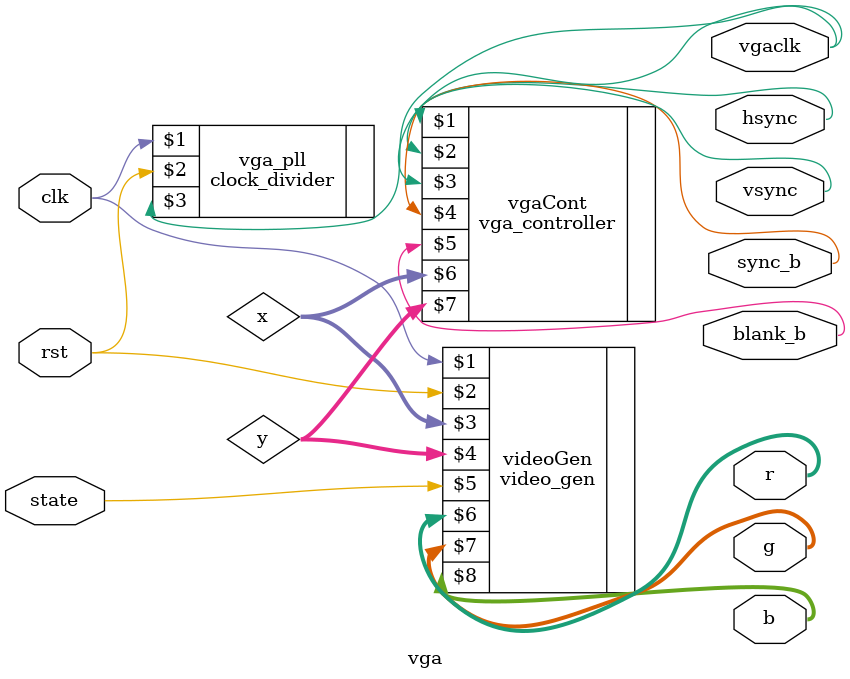
<source format=sv>
module vga(
		input logic clk, rst, state,
		output logic vgaclk, // 25.175 MHz VGA clock
		output logic hsync, vsync,
		output logic sync_b, blank_b, // To monitor & DAC
		output logic [7:0] r, g, b // To video DAC
	);
	
	logic [9:0] x, y;

	// Ideal: 25.175 MHz clk period = 39.772 ns
	// Screen is 800 clocks wide by 525 tall, but only 640 x 480 used
	// HSync = 1/(39.772 ns *800) = 31.470 kHz
	// Vsync = 31.474 kHz / 525 = 59.94 Hz (~60 Hz refresh rate)
	// this clock dividers generates a 25MHz clock (difference with 25.175MHz will considered as negligible)from a 50MHz input. 
	clock_divider vga_pll(clk, rst, vgaclk);

	// Generate monitor timing signals
	vga_controller vgaCont(vgaclk, hsync, vsync, sync_b, blank_b, x, y);

	// Module that reas memory to determine pixel color
	video_gen videoGen(clk, rst, x, y, state, r, g, b);


endmodule

</source>
